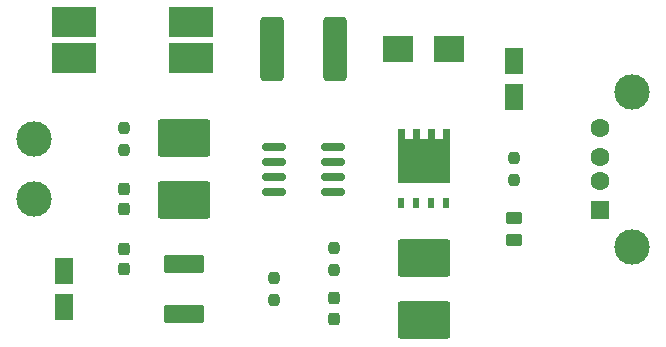
<source format=gbr>
%TF.GenerationSoftware,KiCad,Pcbnew,(6.0.4)*%
%TF.CreationDate,2022-04-26T23:43:02-07:00*%
%TF.ProjectId,SolarChargerV2,536f6c61-7243-4686-9172-67657256322e,rev?*%
%TF.SameCoordinates,Original*%
%TF.FileFunction,Soldermask,Top*%
%TF.FilePolarity,Negative*%
%FSLAX46Y46*%
G04 Gerber Fmt 4.6, Leading zero omitted, Abs format (unit mm)*
G04 Created by KiCad (PCBNEW (6.0.4)) date 2022-04-26 23:43:02*
%MOMM*%
%LPD*%
G01*
G04 APERTURE LIST*
G04 Aperture macros list*
%AMRoundRect*
0 Rectangle with rounded corners*
0 $1 Rounding radius*
0 $2 $3 $4 $5 $6 $7 $8 $9 X,Y pos of 4 corners*
0 Add a 4 corners polygon primitive as box body*
4,1,4,$2,$3,$4,$5,$6,$7,$8,$9,$2,$3,0*
0 Add four circle primitives for the rounded corners*
1,1,$1+$1,$2,$3*
1,1,$1+$1,$4,$5*
1,1,$1+$1,$6,$7*
1,1,$1+$1,$8,$9*
0 Add four rect primitives between the rounded corners*
20,1,$1+$1,$2,$3,$4,$5,0*
20,1,$1+$1,$4,$5,$6,$7,0*
20,1,$1+$1,$6,$7,$8,$9,0*
20,1,$1+$1,$8,$9,$2,$3,0*%
%AMFreePoly0*
4,1,17,2.675000,1.605000,1.875000,1.605000,1.875000,0.935000,2.675000,0.935000,2.675000,0.335000,1.875000,0.335000,1.875000,-0.335000,2.675000,-0.335000,2.675000,-0.935000,1.875000,-0.935000,1.875000,-1.605000,2.675000,-1.605000,2.675000,-2.205000,-1.875000,-2.205000,-1.875000,2.205000,2.675000,2.205000,2.675000,1.605000,2.675000,1.605000,$1*%
G04 Aperture macros list end*
%ADD10C,3.000000*%
%ADD11R,2.500000X2.300000*%
%ADD12RoundRect,0.150000X-0.825000X-0.150000X0.825000X-0.150000X0.825000X0.150000X-0.825000X0.150000X0*%
%ADD13R,3.850000X2.500000*%
%ADD14RoundRect,0.250000X-1.975000X1.350000X-1.975000X-1.350000X1.975000X-1.350000X1.975000X1.350000X0*%
%ADD15RoundRect,0.237500X-0.237500X0.250000X-0.237500X-0.250000X0.237500X-0.250000X0.237500X0.250000X0*%
%ADD16RoundRect,0.249999X-0.737501X-2.450001X0.737501X-2.450001X0.737501X2.450001X-0.737501X2.450001X0*%
%ADD17RoundRect,0.237500X-0.237500X0.300000X-0.237500X-0.300000X0.237500X-0.300000X0.237500X0.300000X0*%
%ADD18R,1.600000X2.200000*%
%ADD19RoundRect,0.250000X-0.450000X0.262500X-0.450000X-0.262500X0.450000X-0.262500X0.450000X0.262500X0*%
%ADD20FreePoly0,90.000000*%
%ADD21R,0.500000X0.850000*%
%ADD22R,1.500000X1.600000*%
%ADD23C,1.600000*%
%ADD24RoundRect,0.250000X-1.450000X0.537500X-1.450000X-0.537500X1.450000X-0.537500X1.450000X0.537500X0*%
G04 APERTURE END LIST*
D10*
%TO.C,SC1*%
X104140000Y-68580000D03*
X104140000Y-73660000D03*
%TD*%
D11*
%TO.C,D1*%
X139310000Y-60960000D03*
X135010000Y-60960000D03*
%TD*%
D12*
%TO.C,U1*%
X124525000Y-69215000D03*
X124525000Y-70485000D03*
X124525000Y-71755000D03*
X124525000Y-73025000D03*
X129475000Y-73025000D03*
X129475000Y-71755000D03*
X129475000Y-70485000D03*
X129475000Y-69215000D03*
%TD*%
D13*
%TO.C,L1*%
X107525000Y-61700000D03*
X107525000Y-58700000D03*
X117475000Y-58700000D03*
X117475000Y-61700000D03*
%TD*%
D14*
%TO.C,R2*%
X116840000Y-68520000D03*
X116840000Y-73720000D03*
%TD*%
D15*
%TO.C,R3*%
X124460000Y-80367500D03*
X124460000Y-82192500D03*
%TD*%
D16*
%TO.C,C6*%
X124362500Y-60960000D03*
X129637500Y-60960000D03*
%TD*%
D15*
%TO.C,R4*%
X129540000Y-77827500D03*
X129540000Y-79652500D03*
%TD*%
D17*
%TO.C,C3*%
X111760000Y-77877500D03*
X111760000Y-79602500D03*
%TD*%
%TO.C,C2*%
X111760000Y-72797500D03*
X111760000Y-74522500D03*
%TD*%
D15*
%TO.C,R1*%
X111760000Y-67667500D03*
X111760000Y-69492500D03*
%TD*%
%TO.C,R6*%
X144780000Y-70207500D03*
X144780000Y-72032500D03*
%TD*%
D18*
%TO.C,C1*%
X106680000Y-79780000D03*
X106680000Y-82780000D03*
%TD*%
D19*
%TO.C,R7*%
X144780000Y-75287500D03*
X144780000Y-77112500D03*
%TD*%
D20*
%TO.C,Q1*%
X137160000Y-70470000D03*
D21*
X135255000Y-74020000D03*
X136525000Y-74020000D03*
X137795000Y-74020000D03*
X139065000Y-74020000D03*
%TD*%
D22*
%TO.C,J1*%
X152120000Y-74620000D03*
D23*
X152120000Y-72120000D03*
X152120000Y-70120000D03*
X152120000Y-67620000D03*
D10*
X154830000Y-64550000D03*
X154830000Y-77690000D03*
%TD*%
D18*
%TO.C,C7*%
X144780000Y-62000000D03*
X144780000Y-65000000D03*
%TD*%
D17*
%TO.C,C5*%
X129540000Y-82045000D03*
X129540000Y-83770000D03*
%TD*%
D24*
%TO.C,C4*%
X116840000Y-79142500D03*
X116840000Y-83417500D03*
%TD*%
D14*
%TO.C,R5*%
X137160000Y-78680000D03*
X137160000Y-83880000D03*
%TD*%
M02*

</source>
